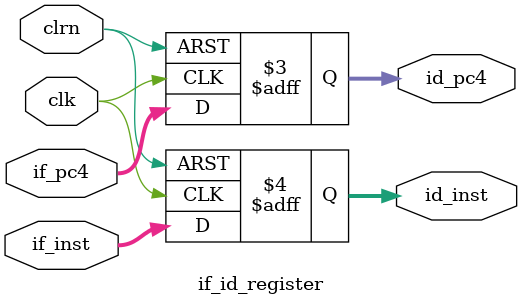
<source format=v>
`timescale 1ns / 1ps
module if_id_register(if_pc4,if_inst,clk,clrn,id_pc4,id_inst
    );
	input [31:0] if_pc4, if_inst;
	input clk, clrn;
	output [31:0] id_pc4, id_inst;
	reg [31:0] id_pc4, id_inst;
	
	always @ (posedge clk or negedge clrn)
		if(clrn == 0)
			begin 
				id_pc4 <= 0;
				id_inst <= 0;
			end
		else
			begin
				id_pc4 <= if_pc4;
				id_inst <= if_inst;
			end

endmodule

</source>
